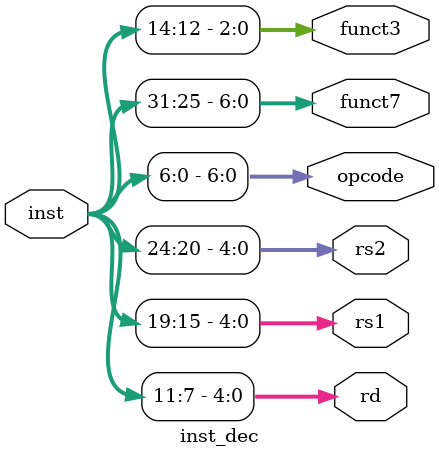
<source format=sv>
module inst_dec(
    input  logic [31:0] inst,
    output logic [4:0] rd,
    output logic [4:0] rs1,
    output logic [4:0] rs2,
    output logic [6:0] opcode,
    output logic [6:0] funct7,
    output logic [2:0] funct3

);

    //register file assignments
    assign rd  = inst[11:7];
    assign rs1 = inst[19:15];
    assign rs2 = inst[24:20];

    //control unit assignments
    assign opcode = inst[6:0];
    assign funct3 = inst[14:12];
    assign funct7 = inst[31:25];
endmodule
</source>
